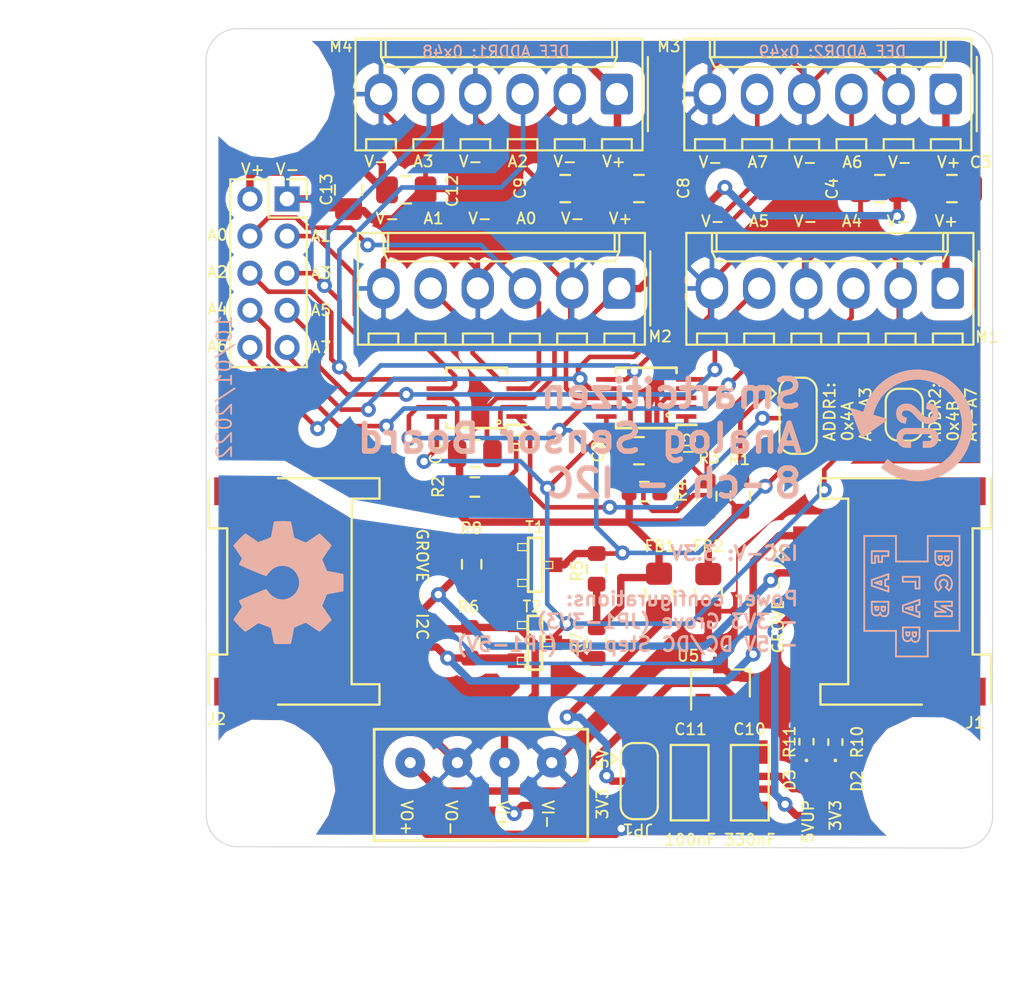
<source format=kicad_pcb>
(kicad_pcb (version 20221018) (generator pcbnew)
  (layers (0 "F.Cu" signal) (31 "B.Cu" signal) (34 "B.Paste" user) (35 "F.Paste" user) (36 "B.SilkS" user "B.Silkscreen") (37 "F.SilkS" user "F.Silkscreen") (38 "B.Mask" user) (39 "F.Mask" user) (44 "Edge.Cuts" user))
  (net 0 "")
  (net 1 "GND")
  (net 2 "VCC")
  (net 3 "SDA3V3")
  (net 4 "SCL3V3")
  (net 5 "A4")
  (net 6 "A5")
  (net 7 "A2")
  (net 8 "A3")
  (net 9 "A0")
  (net 10 "A1")
  (net 11 "A6")
  (net 12 "A7")
  (net 13 "ADDR1")
  (net 14 "ALRT1")
  (net 15 "ADDR2")
  (net 16 "ALRT2")
  (net 17 "SDA")
  (net 18 "SCL")
  (net 19 "VGROVE")
  (net 20 "Net-(D2-Pad1)")
  (net 21 "Net-(C10-Pad1)")
  (net 22 "5VGROVE")
  (net 23 "Net-(D3-Pad1)")
  (net 24 "Net-(JP2-Pad1)")
  (net 25 "Net-(FB1-Pad2)")
  (footprint "Resistor_SMD:R_0603_1608Metric" (layer "F.Cu") (at 146.71 93.9)
    (fp_text reference "R2")
    (fp_text value "10kΩ")
  )
  (footprint "Package_SO:TSSOP-10_3x3mm_P0.5mm" (layer "F.Cu") (at 146.81 89.1 180)
    (fp_text reference "U1")
    (fp_text value "ADS1115IDGSR")
  )
  (footprint "Resistor_SMD:R_0603_1608Metric" (layer "F.Cu") (at 161.01 94.38 -90)
    (fp_text reference "R1")
    (fp_text value "10kΩ")
  )
  (footprint "Resistor_SMD:R_0603_1608Metric" (layer "F.Cu") (at 146.54 98.065 -90)
    (fp_text reference "R8")
    (fp_text value "10kΩ")
  )
  (footprint "Capacitor_SMD:C_0805_2012Metric" (layer "F.Cu") (at 146.71 92.1)
    (fp_text reference "C1")
    (fp_text value "1uF")
  )
  (footprint "Resistor_SMD:R_0603_1608Metric" (layer "F.Cu") (at 146.445 102.29 -90)
    (fp_text reference "R6")
    (fp_text value "10kΩ")
  )
  (footprint "fab-SOT-23" (layer "F.Cu") (at 149.965 98.115 90)
    (fp_text reference "T1")
    (fp_text value "NMOSFETSOT23" hide)
  )
  (footprint "fab-SOT-23" (layer "F.Cu") (at 149.945 102.315 90)
    (fp_text reference "T2")
    (fp_text value "NMOSFETSOT23" hide)
  )
  (footprint "Converter_DCDC:Converter_DCDC_RECOM_RO_3.309S" (layer "F.Cu") (at 147.04 108.75)
    (fp_text reference "U4" hide)
    (fp_text value "RO3.3-9S")
  )
  (footprint "Resistor_SMD:R_0805_2012Metric_Pad1.20x1.40mm_HandSolder" (layer "F.Cu") (at 156.63 99.57 -90)
    (fp_text reference "FB1")
    (fp_text value "1.5kΩ")
  )
  (footprint "Resistor_SMD:R_0805_2012Metric_Pad1.20x1.40mm_HandSolder" (layer "F.Cu") (at 159.28 99.59 -90)
    (fp_text reference "FB2")
    (fp_text value "1.5kΩ")
  )
  (footprint "Resistor_SMD:R_0603_1608Metric" (layer "F.Cu") (at 153.27 98.31 90)
    (fp_text reference "R5")
    (fp_text value "10kΩ")
  )
  (footprint "MountingHole:MountingHole_3.2mm_M3" (layer "F.Cu") (at 171.15 109.9)
    (fp_text reference "H3" hide)
    (fp_text value "MountingHole")
  )
  (footprint "MountingHole:MountingHole_3.2mm_M3" (layer "F.Cu") (at 135.55 110.05)
    (fp_text reference "H1" hide)
    (fp_text value "MountingHole")
  )
  (footprint "Resistor_SMD:R_0603_1608Metric" (layer "F.Cu") (at 153.27 102.31 -90)
    (fp_text reference "R7")
    (fp_text value "10kΩ")
  )
  (footprint "fab-C1206FAB" (layer "F.Cu") (at 158.28 109.83 -90)
    (fp_text reference "C11")
    (fp_text value "100nF")
  )
  (footprint "fab-C1206FAB" (layer "F.Cu") (at 161.52 109.83 -90)
    (fp_text reference "C10")
    (fp_text value "330nF")
  )
  (footprint "Package_TO_SOT_SMD:SOT-23" (layer "F.Cu") (at 159.94 104.49 90)
    (fp_text reference "U5")
    (fp_text value "PJ78605SA")
  )
  (footprint "Jumper:SolderJumper-3_P1.3mm_Bridged12_RoundedPad1.0x1.5mm" (layer "F.Cu") (at 155.565 109.745 -90)
    (fp_text reference "JP4" hide)
    (fp_text value "J3_Bridged12")
  )
  (footprint "Connector_Molex:Molex_KK-254_AE-6410-06A_1x06_P2.54mm_Vertical" (layer "F.Cu") (at 172.18 83.2 180)
    (fp_text reference "M1")
    (fp_text value "PINHD-1x06-HEADER")
  )
  (footprint "Connector_Molex:Molex_KK-254_AE-6410-06A_1x06_P2.54mm_Vertical" (layer "F.Cu") (at 172.07 72.73 180)
    (fp_text reference "M3")
    (fp_text value "PINHD-1x06-HEADER")
  )
  (footprint "Capacitor_SMD:C_0805_2012Metric" (layer "F.Cu") (at 155.545 91.945)
    (fp_text reference "C2")
    (fp_text value "1uF")
  )
  (footprint "Resistor_SMD:R_0603_1608Metric" (layer "F.Cu") (at 159.199602 94.399764 -90)
    (fp_text reference "R3")
    (fp_text value "10kΩ")
  )
  (footprint "Resistor_SMD:R_0603_1608Metric" (layer "F.Cu") (at 155.845 94.145)
    (fp_text reference "R4")
    (fp_text value "10kΩ")
  )
  (footprint "Package_SO:TSSOP-10_3x3mm_P0.5mm" (layer "F.Cu") (at 155.945 89.1 180)
    (fp_text reference "U2")
    (fp_text value "ADS1115IDGSR")
  )
  (footprint "Jumper:SolderJumper-2_P1.3mm_Open_RoundedPad1.0x1.5mm" (layer "F.Cu") (at 169.835 90.005 -90)
    (fp_text reference "JP3" hide)
    (fp_text value "Jumper_2_Open")
  )
  (footprint "Jumper:SolderJumper-3_P1.3mm_Bridged12_RoundedPad1.0x1.5mm" (layer "F.Cu") (at 164.12 90.06 -90)
    (fp_text reference "JP2" hide)
    (fp_text value "J3_Bridged12")
  )
  (footprint "OPL_Connector:HW4-SMD-2.0-90D" (layer "F.Cu") (at 170.02 99.525 -90)
    (fp_text reference "J1")
    (fp_text value "GROVE1")
  )
  (footprint "OPL_Connector:HW4-SMD-2.0-90D" (layer "F.Cu") (at 136.875 99.525 90)
    (fp_text reference "J2")
    (fp_text value "GROVE2")
  )
  (footprint "LED_SMD:LED_0402_1005Metric" (layer "F.Cu") (at 166.125 109.715 -90)
    (fp_text reference "D2")
    (fp_text value "WHITE_LED")
  )
  (footprint "Resistor_SMD:R_0402_1005Metric" (layer "F.Cu") (at 166.125 107.64 -90)
    (fp_text reference "R10")
    (fp_text value "1kΩ")
  )
  (footprint "LED_SMD:LED_0402_1005Metric" (layer "F.Cu") (at 164.57 109.72 -90)
    (fp_text reference "D3")
    (fp_text value "RED_LED")
  )
  (footprint "Resistor_SMD:R_0402_1005Metric" (layer "F.Cu") (at 164.57 107.62 -90)
    (fp_text reference "R11")
    (fp_text value "1kΩ")
  )
  (footprint "Connector_Molex:Molex_KK-254_AE-6410-06A_1x06_P2.54mm_Vertical" (layer "F.Cu") (at 154.49 83.2 180)
    (fp_text reference "M2")
    (fp_text value "PINHD-1x06-HEADER")
  )
  (footprint "Connector_Molex:Molex_KK-254_AE-6410-06A_1x06_P2.54mm_Vertical" (layer "F.Cu") (at 154.36 72.73 180)
    (fp_text reference "M4")
    (fp_text value "PINHD-1x06-HEADER")
  )
  (footprint "Capacitor_SMD:C_0805_2012Metric_Pad1.18x1.45mm_HandSolder" (layer "F.Cu") (at 155.55 77.82)
    (fp_text reference "C8")
    (fp_text value "10nF")
  )
  (footprint "Capacitor_SMD:C_0805_2012Metric_Pad1.18x1.45mm_HandSolder" (layer "F.Cu") (at 151.58 77.82 180)
    (fp_text reference "C9")
    (fp_text value "100nF")
  )
  (footprint "Capacitor_SMD:C_0805_2012Metric_Pad1.18x1.45mm_HandSolder" (layer "F.Cu") (at 143.02 77.89)
    (fp_text reference "C12")
    (fp_text value "10nF")
  )
  (footprint "Capacitor_SMD:C_0805_2012Metric_Pad1.18x1.45mm_HandSolder" (layer "F.Cu") (at 139.91 77.89 -90)
    (fp_text reference "C13")
    (fp_text value "100nF")
  )
  (footprint "MountingHole:MountingHole_3.2mm_M3" (layer "F.Cu") (at 135.55 72.48)
    (fp_text reference "H2" hide)
    (fp_text value "MountingHole")
  )
  (footprint "Capacitor_SMD:C_0805_2012Metric_Pad1.18x1.45mm_HandSolder" (layer "F.Cu") (at 172.4 77.82)
    (fp_text reference "C3")
    (fp_text value "10nF")
  )
  (footprint "Capacitor_SMD:C_0805_2012Metric_Pad1.18x1.45mm_HandSolder" (layer "F.Cu") (at 168.52 77.82 180)
    (fp_text reference "C4")
    (fp_text value "100nF")
  )
  (footprint "Connector_PinSocket_2.00mm:PinSocket_2x05_P2.00mm_Vertical" (layer "F.Cu") (at 136.6 78.38)
    (fp_text reference "J5" hide)
    (fp_text value "Conn_02x05_Odd_Even")
  )
  (footprint "logos:smartcitizen" (layer "B.Cu") (at 170.2 90.75 -90)
    (fp_text reference "LO1" hide)
    (fp_text value "smartcitizen" hide)
  )
  (footprint "logos:fablab" (layer "B.Cu") (at 174.62 99.47 -90)
    (fp_text reference "LO2" hide)
    (fp_text value "fablab" hide)
  )
  (footprint "Symbol:OSHW-Symbol_6.7x6mm_SilkScreen" (layer "B.Cu") (at 136.66 99.06 90)
    (fp_text reference "OSH1" hide)
    (fp_text value "Logo_Open_Hardware_Small" hide)
  )
  (gr_circle (center 147.99963 90.399774) (end 148.09963 90.399774) (stroke (width 0.1)) (fill none) (layer "F.SilkS"))
  (gr_circle (center 157.12 90.02) (end 157.22 90.02) (stroke (width 0.1)) (fill none) (layer "F.SilkS"))
  (gr_line (start 174.6 70.910116) (end 174.590116 111.659352) (stroke (width 0.05)) (layer "Edge.Cuts"))
  (gr_line (start 133.95 69.21) (end 172.909352 69.2) (stroke (width 0.05)) (layer "Edge.Cuts"))
  (gr_line (start 132.239884 70.900648) (end 132.249352 111.569884) (stroke (width 0.05)) (layer "Edge.Cuts"))
  (gr_line (start 172.88 113.35) (end 133.94 113.28) (stroke (width 0.05)) (layer "Edge.Cuts"))
  (gr_arc (start 172.909352 69.2) (mid 174.111916 69.701885) (end 174.6 70.910116) (stroke (width 0.05)) (layer "Edge.Cuts"))
  (gr_arc (start 132.239884 70.900648) (mid 132.741769 69.698084) (end 133.95 69.21) (stroke (width 0.05)) (layer "Edge.Cuts"))
  (gr_arc (start 174.590116 111.659352) (mid 174.088231 112.861916) (end 172.88 113.35) (stroke (width 0.05)) (layer "Edge.Cuts"))
  (gr_arc (start 133.94 113.28) (mid 132.737436 112.778115) (end 132.249352 111.569884) (stroke (width 0.05)) (layer "Edge.Cuts"))
  (gr_text "DEF ADDR2: 0x49" (at 165.97 70.44) (layer "B.SilkS") (effects (font (size 0.6 0.6) (thickness 0.1)) (justify mirror)))
  (gr_text "Smartcitizen \nAnalog Sensor Board\n8-ch - I2C" (at 164.474273 91.285) (layer "B.SilkS") (effects (font (size 1.5 1.5) (thickness 0.3)) (justify left mirror)))
  (gr_text "DEF ADDR1: 0x48" (at 147.85 70.44) (layer "B.SilkS") (effects (font (size 0.6 0.6) (thickness 0.1)) (justify mirror)))
  (gr_text "10/01/2022" (at 133.22 88.51 90) (layer "B.SilkS") (effects (font (size 0.8 0.8) (thickness 0.1)) (justify mirror)))
  (gr_text "I2C-V: 3.3V\n\nPower configurations:\n- 3V3 Grove (JP1-3V3)\n- 5V DC/DC Step up (JP1-5V)" (at 164.21 99.92) (layer "B.SilkS") (effects (font (size 0.762 0.762)) (justify left mirror)))
  (gr_text "V+" (at 154.2 76.35744) (layer "F.SilkS") (effects (font (size 0.6 0.6) (thickness 0.1))))
  (gr_text "A0\n" (at 149.483482 79.42744) (layer "F.SilkS") (effects (font (size 0.6 0.6) (thickness 0.1))))
  (gr_text "A1\n" (at 144.492681 79.42744) (layer "F.SilkS") (effects (font (size 0.6 0.6) (thickness 0.1))))
  (gr_text "V+" (at 154.56 79.42744) (layer "F.SilkS") (effects (font (size 0.6 0.6) (thickness 0.1))))
  (gr_text "GROVE - I2C" (at 143.875 99.15 270) (layer "F.SilkS") (effects (font (size 0.6 0.6) (thickness 0.1))))
  (gr_text "GROVE - I2C" (at 163.04 99.86 90) (layer "F.SilkS") (effects (font (size 0.6 0.6) (thickness 0.1))))
  (gr_text "5VUP" (at 164.66 111.92 90) (layer "F.SilkS") (effects (font (size 0.6 0.6) (thickness 0.1))))
  (gr_text "VI-" (at 150.64 111.55 270) (layer "F.SilkS") (effects (font (size 0.6 0.6) (thickness 0.1))))
  (gr_text "VO-" (at 145.44 111.721429 270) (layer "F.SilkS") (effects (font (size 0.6 0.6) (thickness 0.1))))
  (gr_text "VO+" (at 143.04 111.721429 270) (layer "F.SilkS") (effects (font (size 0.6 0.6) (thickness 0.1))))
  (gr_text "VI+" (at 148.24 111.55 270) (layer "F.SilkS") (effects (font (size 0.6 0.6) (thickness 0.1))))
  (gr_text "V-" (at 151.570882 76.35744) (layer "F.SilkS") (effects (font (size 0.6 0.6) (thickness 0.1))))
  (gr_text "3V3" (at 166.13 111.59 90) (layer "F.SilkS") (effects (font (size 0.6 0.6) (thickness 0.1))))
  (gr_text "V+" (at 134.75 76.78) (layer "F.SilkS") (effects (font (size 0.6 0.6) (thickness 0.1))))
  (gr_text "A0\n" (at 132.851799 80.31632) (layer "F.SilkS") (effects (font (size 0.6 0.6) (thickness 0.1))))
  (gr_text "A2" (at 132.851799 82.316146) (layer "F.SilkS") (effects (font (size 0.6 0.6) (thickness 0.1))))
  (gr_text "A4" (at 132.851799 84.315972) (layer "F.SilkS") (effects (font (size 0.6 0.6) (thickness 0.1))))
  (gr_text "A6" (at 132.851799 86.3158) (layer "F.SilkS") (effects (font (size 0.6 0.6) (thickness 0.1))))
  (gr_text "A7" (at 138.42356 86.3758) (layer "F.SilkS") (effects (font (size 0.6 0.6) (thickness 0.1))))
  (gr_text "A5" (at 138.42356 84.375972) (layer "F.SilkS") (effects (font (size 0.6 0.6) (thickness 0.1))))
  (gr_text "A3" (at 138.42356 82.376146) (layer "F.SilkS") (effects (font (size 0.6 0.6) (thickness 0.1))))
  (gr_text "V-" (at 136.63 76.78) (layer "F.SilkS") (effects (font (size 0.6 0.6) (thickness 0.1))))
  (gr_text "JP1" (at 155.48 112.35 180) (layer "F.SilkS") (effects (font (size 0.6 0.6) (thickness 0.1))))
  (gr_text "3V3" (at 153.58 110.97 90) (layer "F.SilkS") (effects (font (size 0.6 0.6) (thickness 0.1))))
  (gr_text "5V" (at 153.59 108.545 90) (layer "F.SilkS") (effects (font (size 0.6 0.6) (thickness 0.1))))
  (gr_text "V-" (at 169.516882 79.57744) (layer "F.SilkS") (effects (font (size 0.6 0.6) (thickness 0.1))))
  (gr_text "V-" (at 164.522081 79.57744) (layer "F.SilkS") (effects (font (size 0.6 0.6) (thickness 0.1))))
  (gr_text "V-" (at 159.52728 79.57744) (layer "F.SilkS") (effects (font (size 0.6 0.6) (thickness 0.1))))
  (gr_text "V-" (at 169.598882 76.39744) (layer "F.SilkS") (effects (font (size 0.6 0.6) (thickness 0.1))))
  (gr_text "V-" (at 164.498081 76.39744) (layer "F.SilkS") (effects (font (size 0.6 0.6) (thickness 0.1))))
  (gr_text "V+" (at 172.235 76.39744) (layer "F.SilkS") (effects (font (size 0.6 0.6) (thickness 0.1))))
  (gr_text "V-" (at 159.39728 76.39744) (layer "F.SilkS") (effects (font (size 0.6 0.6) (thickness 0.1))))
  (gr_text "A6\n" (at 167.048482 76.39744) (layer "F.SilkS") (effects (font (size 0.6 0.6) (thickness 0.1))))
  (gr_text "A4\n" (at 167.019482 79.57744) (layer "F.SilkS") (effects (font (size 0.6 0.6) (thickness 0.1))))
  (gr_text "A5\n" (at 162.024681 79.57744) (layer "F.SilkS") (effects (font (size 0.6 0.6) (thickness 0.1))))
  (gr_text "A7" (at 161.947681 76.39744) (layer "F.SilkS") (effects (font (size 0.6 0.6) (thickness 0.1))))
  (gr_text "V+" (at 172.1 79.57) (layer "F.SilkS") (effects (font (size 0.6 0.6) (thickness 0.1))))
  (gr_text "ADDR2:\n0x4B\nA4-A7" (at 172.465 91.515 90) (layer "F.SilkS") (effects (font (size 0.6 0.6) (thickness 0.1)) (justify left)))
  (gr_text "ADDR1: \n0x4A\nA0-A3" (at 166.785 91.5 90) (layer "F.SilkS") (effects (font (size 0.6 0.6) (thickness 0.1)) (justify left)))
  (gr_text "A1" (at 138.42356 80.37632) (layer "F.SilkS") (effects (font (size 0.6 0.6) (thickness 0.1))))
  (gr_text "A2\n" (at 149.027482 76.35744) (layer "F.SilkS") (effects (font (size 0.6 0.6) (thickness 0.1))))
  (gr_text "V-" (at 146.988081 79.42744) (layer "F.SilkS") (effects (font (size 0.6 0.6) (thickness 0.1))))
  (gr_text "V-" (at 151.978882 79.42744) (layer "F.SilkS") (effects (font (size 0.6 0.6) (thickness 0.1))))
  (gr_text "V-" (at 146.484081 76.35744) (layer "F.SilkS") (effects (font (size 0.6 0.6) (thickness 0.1))))
  (gr_text "V-" (at 141.99728 79.42744) (layer "F.SilkS") (effects (font (size 0.6 0.6) (thickness 0.1))))
  (gr_text "V-" (at 141.39728 76.35744) (layer "F.SilkS") (effects (font (size 0.6 0.6) (thickness 0.1))))
  (gr_text "A3\n" (at 143.940681 76.35744) (layer "F.SilkS") (effects (font (size 0.6 0.6) (thickness 0.1))))
  (segment (start 160.1 70.73) (end 159.38 71.45) (width 0.25) (layer "F.Cu") (net 1))
  (segment (start 158.28 111.481) (end 161.52 111.481) (width 0.4) (layer "F.Cu") (net 1))
  (segment (start 164.46 72.684) (end 164.46 72.51) (width 0.25) (layer "F.Cu") (net 1))
  (segment (start 146.77 74.0475) (end 147.89625 75.17375) (width 0.25) (layer "F.Cu") (net 1))
  (segment (start 141.21 79.5) (end 142.2475 79.5) (width 0.4) (layer "F.Cu") (net 1))
  (segment (start 158.28 111.481) (end 156.9275 111.481) (width 0.4) (layer "F.Cu") (net 1))
  (segment (start 136.6 78.38) (end 138.9025 78.38) (width 0.4) (layer "F.Cu") (net 1))
  (segment (start 164.46 72.51) (end 166.15 70.82) (width 0.25) (layer "F.Cu") (net 1))
  (segment (start 143.8475 79.1775) (end 145.78 81.11) (width 0.25) (layer "F.Cu") (net 1))
  (segment (start 159.38 83.24) (end 159.38 84.65) (width 0.25) (layer "F.Cu") (net 1))
  (segment (start 156.5875 75.4765) (end 159.38 72.684) (width 0.25) (layer "F.Cu") (net 1))
  (segment (start 156.9275 111.481) (end 156.1085 112.3) (width 0.4) (layer "F.Cu") (net 1))
  (segment (start 150.5425 77.82) (end 150.5425 81.8225) (width 0.25) (layer "F.Cu") (net 1))
  (segment (start 159.38 71.45) (end 159.38 72.684) (width 0.25) (layer "F.Cu") (net 1))
  (segment (start 164.57 106.38) (end 164.57 107.11) (width 0.25) (layer "F.Cu") (net 1))
  (segment (start 155.79 92.65) (end 155.79 94.69) (width 0.25) (layer "F.Cu") (net 1))
  (segment (start 141.69 72.684) (end 141.69 73.56) (width 0.25) (layer "F.Cu") (net 1))
  (segment (start 149.84 89.1) (end 151.000001 87.939999) (width 0.25) (layer "F.Cu") (net 1))
  (segment (start 150.5425 81.8225) (end 151.93 83.21) (width 0.25) (layer "F.Cu") (net 1))
  (segment (start 147.9325 75.21) (end 150.5425 77.82) (width 0.25) (layer "F.Cu") (net 1))
  (segment (start 142.2475 79.5) (end 143.8475 77.9) (width 0.4) (layer "F.Cu") (net 1))
  (segment (start 147.89625 75.17375) (end 150.5425 77.82) (width 0.25) (layer "F.Cu") (net 1))
  (segment (start 142.4 81.11) (end 141.77 81.74) (width 0.25) (layer "F.Cu") (net 1))
  (segment (start 169.54 75.7625) (end 167.4825 77.82) (width 0.25) (layer "F.Cu") (net 1))
  (segment (start 164.46 72.684) (end 164.46 71.65) (width 0.25) (layer "F.Cu") (net 1))
  (segment (start 156.5875 77.82) (end 156.5875 75.4765) (width 0.25) (layer "F.Cu") (net 1))
  (segment (start 138.9025 78.38) (end 139.53 79.0075) (width 0.4) (layer "F.Cu") (net 1))
  (segment (start 167.4825 77.82) (end 167.4825 79.7025) (width 0.25) (layer "F.Cu") (net 1))
  (segment (start 144.11 112.61) (end 140.77 109.27) (width 0.4) (layer "F.Cu") (net 1))
  (segment (start 170.51 86.79) (end 169.54 85.82) (width 0.25) (layer "F.Cu") (net 1))
  (segment (start 164.46 71.65) (end 163.54 70.73) (width 0.25) (layer "F.Cu") (net 1))
  (segment (start 159.28 102.15) (end 159.28 100.59) (width 0.4) (layer "F.Cu") (net 1))
  (segment (start 148.96 89.1) (end 149.84 89.1) (width 0.25) (layer "F.Cu") (net 1))
  (segment (start 154.29 112.61) (end 144.11 112.61) (width 0.4) (layer "F.Cu") (net 1))
  (segment (start 140.77 104.73) (end 142.77 106.73) (width 0.4) (layer "F.Cu") (net 1))
  (segment (start 138.3 98.06) (end 138.3 102.26) (width 0.4) (layer "F.Cu") (net 1))
  (segment (start 165.67 80.69) (end 168.47 80.69) (width 0.25) (layer "F.Cu") (net 1))
  (segment (start 149.36025 75.17375) (end 147.89625 75.17375) (width 0.25) (layer "F.Cu") (net 1))
  (segment (start 143.8475 77.9) (end 143.8475 79.1775) (width 0.25) (layer "F.Cu") (net 1))
  (segment (start 159.94 102.81) (end 159.28 102.15) (width 0.4) (layer "F.Cu") (net 1))
  (segment (start 165.2203 105.7297) (end 165.3297 105.7297) (width 0.25) (layer "F.Cu") (net 1))
  (segment (start 165.2203 105.7297) (end 164.57 106.38) (width 0.25) (layer "F.Cu") (net 1))
  (segment (start 151.85 85.03) (end 151.85 82.301) (width 0.25) (layer "F.Cu") (net 1))
  (segment (start 156.495 89.609631) (end 157.004631 89.1) (width 0.25) (layer "F.Cu") (net 1))
  (segment (start 140.77 109.27) (end 140.77 104.73) (width 0.4) (layer "F.Cu") (net 1))
  (segment (start 141.465 83.515) (end 141.77 83.21) (width 0.25) (layer "F.Cu") (net 1))
  (segment (start 164.46 83.24) (end 164.46 81.9) (width 0.25) (layer "F.Cu") (net 1))
  (segment (start 157.64 95.18) (end 158.48 94.34) (width 0.25) (layer "F.Cu") (net 1))
  (segment (start 150.931222 108.75) (end 150.85 108.75) (width 0.4) (layer "F.Cu") (net 1))
  (segment (start 149.99 81.27) (end 151.93 83.21) (width 0.25) (layer "F.Cu") (net 1))
  (segment (start 165.2203 102.52474) (end 165.2203 105.7297) (width 0.25) (layer "F.Cu") (net 1))
  (segment (start 151.000001 87.939999) (end 151.000001 85.879999) (width 0.25) (layer "F.Cu") (net 1))
  (segment (start 141.69 73.56) (end 143.34 75.21) (width 0.25) (layer "F.Cu") (net 1))
  (segment (start 156.495 91.945) (end 155.79 92.65) (width 0.25) (layer "F.Cu") (net 1))
  (segment (start 158.48 94.34) (end 160.145 94.34) (width 0.25) (layer "F.Cu") (net 1))
  (segment (start 169.54 81.76) (end 169.54 83.24) (width 0.25) (layer "F.Cu") (net 1))
  (segment (start 140.7175 79.0075) (end 139.53 79.0075) (width 0.4) (layer "F.Cu") (net 1))
  (segment (start 147.66 92.1) (end 147.36 91.8) (width 0.25) (layer "F.Cu") (net 1))
  (segment (start 173.7 85.26) (end 172.17 86.79) (width 0.25) (layer "F.Cu") (net 1))
  (segment (start 141.21 79.5) (end 140.7175 79.0075) (width 0.4) (layer "F.Cu") (net 1))
  (segment (start 160.145 94.34) (end 161.01 95.205) (width 0.25) (layer "F.Cu") (net 1))
  (segment (start 159.28 98.59) (end 159.28 96.935) (width 0.4) (layer "F.Cu") (net 1))
  (segment (start 147.89 89.1) (end 148.96 89.1) (width 0.25) (layer "F.Cu") (net 1))
  (segment (start 151.000001 85.879999) (end 151.85 85.03) (width 0.25) (layer "F.Cu") (net 1))
  (segment (start 146.85 82.64) (end 148.22 81.27) (width 0.25) (layer "F.Cu") (net 1))
  (segment (start 147.36 89.63) (end 147.89 89.1) (width 0.25) (layer "F.Cu") (net 1))
  (segment (start 159.38 84.65) (end 156.53 87.5) (width 0.25) (layer "F.Cu") (net 1))
  (segment (start 169.54 85.82) (end 169.54 83.24) (width 0.25) (layer "F.Cu") (net 1))
  (segment (start 146.85 83.21) (end 146.85 82.18) (width 0.25) (layer "F.Cu") (net 1))
  (segment (start 165.3297 105.7297) (end 166.125 106.525) (width 0.25) (layer "F.Cu") (net 1))
  (segment (start 169.54 72.684) (end 169.54 75.7625) (width 0.25) (layer "F.Cu") (net 1))
  (segment (start 146.77 72.684) (end 146.77 74.0475) (width 0.25) (layer "F.Cu") (net 1))
  (segment (start 172.17 86.79) (end 170.51 86.79) (width 0.25) (layer "F.Cu") (net 1))
  (segment (start 167.676 70.82) (end 169.54 72.684) (width 0.25) (layer "F.Cu") (net 1))
  (segment (start 163.54 70.73) (end 160.1 70.73) (width 0.25) (layer "F.Cu") (net 1))
  (segment (start 159.28 96.935) (end 161.01 95.205) (width 0.4) (layer "F.Cu") (net 1))
  (segment (start 142.77 106.73) (end 143.75 106.73) (width 0.4) (layer "F.Cu") (net 1))
  (segment (start 147.36 91.8) (end 147.36 89.63) (width 0.25) (layer "F.Cu") (net 1))
  (segment (start 156.53 87.5) (end 156.53 91.91) (width 0.25) (layer "F.Cu") (net 1))
  (segment (start 167.4825 79.7025) (end 169.54 81.76) (width 0.25) (layer "F.Cu") (net 1))
  (segment (start 159.38 82.89) (end 161.66 80.61) (width 0.25) (layer "F.Cu") (net 1))
  (segment (start 141.6747 96.52526) (end 141.66944 96.52) (width 0.4) (layer "F.Cu") (net 1))
  (segment (start 141.77 81.74) (end 141.77 83.21) (width 0.25) (layer "F.Cu") (net 1))
  (segment (start 163.58504 104.16) (end 165.2203 102.52474) (width 0.4) (layer "F.Cu") (net 1))
  (segment (start 163.62 80.61) (end 164.46 81.45) (width 0.25) (layer "F.Cu") (net 1))
  (segment (start 155.79 94.69) (end 156.28 95.18) (width 0.25) (layer "F.Cu") (net 1))
  (segment (start 173.7 78.0825) (end 173.7 85.26) (width 0.25) (layer "F.Cu") (net 1))
  (segment (start 146.85 82.18) (end 145.78 81.11) (width 0.25) (layer "F.Cu") (net 1))
  (segment (start 166.15 70.82) (end 167.676 70.82) (width 0.25) (layer "F.Cu") (net 1))
  (segment (start 138.3 102.26) (end 140.77 104.73) (width 0.4) (layer "F.Cu") (net 1))
  (segment (start 159.94 103.49) (end 156.191222 103.49) (width 0.4) (layer "F.Cu") (net 1))
  (segment (start 159.94 103.49) (end 159.94 102.81) (width 0.4) (layer "F.Cu") (net 1))
  (segment (start 156.495 91.945) (end 156.495 89.609631) (width 0.25) (layer "F.Cu") (net 1))
  (segment (start 160.61 104.16) (end 163.58504 104.16) (width 0.4) (layer "F.Cu") (net 1))
  (segment (start 164.46 81.45) (end 164.46 83.24) (width 0.25) (layer "F.Cu") (net 1))
  (segment (start 145.78 81.11) (end 142.4 81.11) (width 0.25) (layer "F.Cu") (net 1))
  (segment (start 143.34 75.21) (end 147.9325 75.21) (width 0.25) (layer "F.Cu") (net 1))
  (segment (start 156.53 91.91) (end 156.495 91.945) (width 0.25) (layer "F.Cu") (net 1))
  (segment (start 156.1085 112.3) (end 154.6 112.3) (width 0.4) (layer "F.Cu") (net 1))
  (segment (start 161.66 80.61) (end 163.62 80.61) (width 0.25) (layer "F.Cu") (net 1))
  (segment (start 173.4375 77.82) (end 173.7 78.0825) (width 0.25) (layer "F.Cu") (net 1))
  (segment (start 146.85 83.21) (end 146.85 82.64) (width 0.25) (layer "F.Cu") (net 1))
  (segment (start 151.85 72.684) (end 149.36025 75.17375) (width 0.25) (layer "F.Cu") (net 1))
  (segment (start 166.125 106.525) (end 166.125 107.13) (width 0.25) (layer "F.Cu") (net 1))
  (segment (start 156.28 95.18) (end 157.64 95.18) (width 0.25) (layer "F.Cu") (net 1))
  (segment (start 154.6 112.3) (end 154.29 112.61) (width 0.4) (layer "F.Cu") (net 1))
  (segment (start 148.22 81.27) (end 149.99 81.27) (width 0.25) (layer "F.Cu") (net 1))
  (segment (start 156.191222 103.49) (end 150.931222 108.75) (width 0.4) (layer "F.Cu") (net 1))
  (segment (start 139.84 96.52) (end 138.3 98.06) (width 0.4) (layer "F.Cu") (net 1))
  (segment (start 168.47 80.69) (end 169.54 81.76) (width 0.25) (layer "F.Cu") (net 1))
  (segment (start 143.75 106.73) (end 145.77 108.75) (width 0.4) (layer "F.Cu") (net 1))
  (segment (start 159.38 83.24) (end 159.38 82.89) (width 0.25) (layer "F.Cu") (net 1))
  (segment (start 157.004631 89.1) (end 158.095 89.1) (width 0.25) (layer "F.Cu") (net 1))
  (segment (start 141.66944 96.52) (end 139.84 96.52) (width 0.4) (layer "F.Cu") (net 1))
  (segment (start 159.94 103.49) (end 160.61 104.16) (width 0.4) (layer "F.Cu") (net 1))
  (segment (start 164.46 81.9) (end 165.67 80.69) (width 0.25) (layer "F.Cu") (net 1))
  (via (at 154.6 112.3) (size 0.8) (drill 0.4) (layers "F.Cu" "B.Cu") (net 1))
  (segment (start 153.32 81.1) (end 157.24 81.1) (width 0.25) (layer "B.Cu") (net 1))
  (segment (start 151.93 82.49) (end 153.32 81.1) (width 0.25) (layer "B.Cu") (net 1))
  (segment (start 158.23 82.09) (end 159.38 83.24) (width 0.25) (layer "B.Cu") (net 1))
  (segment (start 158.23 73.834) (end 158.23 82.09) (width 0.25) (layer "B.Cu") (net 1))
  (segment (start 159.38 72.684) (end 158.23 73.834) (width 0.25) (layer "B.Cu") (net 1))
  (segment (start 149.18 107.08) (end 150.85 108.75) (width 0.4) (layer "B.Cu") (net 1))
  (segment (start 151.93 83.21) (end 151.93 82.49) (width 0.25) (layer "B.Cu") (net 1))
  (segment (start 157.24 81.1) (end 159.38 83.24) (width 0.25) (layer "B.Cu") (net 1))
  (segment (start 150.85 108.75) (end 154.4 112.3) (width 0.4) (layer "B.Cu") (net 1))
  (segment (start 145.77 108.75) (end 147.44 107.08) (width 0.4) (layer "B.Cu") (net 1))
  (segment (start 154.4 112.3) (end 154.6 112.3) (width 0.4) (layer "B.Cu") (net 1))
  (segment (start 147.44 107.08) (end 149.18 107.08) (width 0.4) (layer "B.Cu") (net 1))
  (segment (start 141.7725 77.9) (end 140.805 76.9325) (width 0.4) (layer "F.Cu") (net 2))
  (segment (start 139.95 71.59) (end 139.95 74.74) (width 0.4) (layer "F.Cu") (net 2))
  (segment (start 139.95 74.74) (end 141.73 76.52) (width 0.4) (layer "F.Cu") (net 2))
  (segment (start 141.73 77.8575) (end 141.7725 77.9) (width 0.4) (layer "F.Cu") (net 2))
  (segment (start 154.39 77.979) (end 156.71 80.299) (width 0.4) (layer "F.Cu") (net 2))
  (segment (start 152.14 89.1) (end 154.795 89.1) (width 0.25) (layer "F.Cu") (net 2))
  (segment (start 140.81 70.73) (end 139.95 71.59) (width 0.4) (layer "F.Cu") (net 2))
  (segment (start 154.47 83.21) (end 151.62 86.06) (width 0.25) (layer "F.Cu") (net 2))
  (segment (start 156.63 98.57) (end 156.63 97.4) (width 0.4) (layer "F.Cu") (net 2))
  (segment (start 154.57 100.33) (end 154.57 98.78) (width 0.4) (layer "F.Cu") (net 2))
  (segment (start 172.08 83.24) (end 172.08 78.5375) (width 0.4) (layer "F.Cu") (net 2))
  (segment (start 155.02 93.4) (end 154.595 92.975) (width 0.4) (layer "F.Cu") (net 2))
  (segment (start 155.02 95.79) (end 146.32 95.79) (width 0.4) (layer "F.Cu") (net 2))
  (segment (start 141.73 76.52) (end 141.73 77.8575) (width 0.4) (layer "F.Cu") (net 2))
  (segment (start 169.46 79.31) (end 169.46 77.9175) (width 0.4) (layer "F.Cu") (net 2))
  (segment (start 134.8475 76.9325) (end 139.53 76.9325) (width 0.4) (layer "F.Cu") (net 2))
  (segment (start 152.436 70.73) (end 140.81 70.73) (width 0.4) (layer "F.Cu") (net 2))
  (segment (start 145.885 93.9) (end 145.885 92.225) (width 0.4) (layer "F.Cu") (net 2))
  (segment (start 145.76 89.4) (end 145.76 92.1) (width 0.25) (layer "F.Cu") (net 2))
  (segment (start 157.631 80.299) (end 160.17 77.76) (width 0.4) (layer "F.Cu") (net 2))
  (segment (start 172.08 75.2975) (end 169.5575 77.82) (width 0.4) (layer "F.Cu") (net 2))
  (segment (start 152.6175 77.82) (end 154.5125 77.82) (width 0.4) (layer "F.Cu") (net 2))
  (segment (start 134.6 77.18) (end 134.8475 76.9325) (width 0.4) (layer "F.Cu") (net 2))
  (segment (start 156.63 97.4) (end 155.02 95.79) (width 0.4) (layer "F.Cu") (net 2))
  (segment (start 154.39 72.684) (end 154.39 77.979) (width 0.4) (layer "F.Cu") (net 2))
  (segment (start 172.08 78.5375) (end 171.3625 77.82) (width 0.4) (layer "F.Cu") (net 2))
  (segment (start 155.02 95.79) (end 155.02 94.145) (width 0.4) (layer "F.Cu") (net 2))
  (segment (start 156.71 82.09) (end 155.59 83.21) (width 0.4) (layer "F.Cu") (net 2))
  (segment (start 154.595 92.975) (end 154.595 91.945) (width 0.4) (layer "F.Cu") (net 2))
  (segment (start 158.634366 95.79) (end 159.199602 95.224764) (width 0.4) (layer "F.Cu") (net 2))
  (segment (start 146.32 95.79) (end 145.885 95.355) (width 0.4) (layer "F.Cu") (net 2))
  (segment (start 155.093829 89.398829) (end 155.093829 91.446171) (width 0.25) (layer "F.Cu") (net 2))
  (segment (start 153.27 101.485) (end 153.415 101.485) (width 0.4) (layer "F.Cu") (net 2))
  (segment (start 153.27 101.485) (end 153.27 99.135) (width 0.4) (layer "F.Cu") (net 2))
  (segment (start 151.62 86.06) (end 151.62 88.58) (width 0.25) (layer "F.Cu") (net 2))
  (segment (start 169.46 77.9175) (end 169.5575 77.82) (width 0.4) (layer "F.Cu") (net 2))
  (segment (start 140.805 76.9325) (end 139.53 76.9325) (width 0.4) (layer "F.Cu") (net 2))
  (segment (start 155.02 95.79) (end 158.634366 95.79) (width 0.4) (layer "F.Cu") (net 2))
  (segment (start 154.39 72.684) (end 152.436 70.73) (width 0.4) (layer "F.Cu") (net 2))
  (segment (start 155.093829 91.446171) (end 154.595 91.945) (width 0.25) (layer "F.Cu") (net 2))
  (segment (start 156.42 98.78) (end 156.63 98.57) (width 0.4) (layer "F.Cu") (net 2))
  (segment (start 134.6 77.92) (end 134.6 77.18) (width 0.4) (layer "F.Cu") (net 2))
  (segment (start 156.71 80.299) (end 157.631 80.299) (width 0.4) (layer "F.Cu") (net 2))
  (segment (start 154.795 89.1) (end 155.093829 89.398829) (width 0.25) (layer "F.Cu") (net 2))
  (segment (start 145.885 95.355) (end 145.885 93.9) (width 0.4) (layer "F.Cu") (net 2))
  (segment (start 155.59 83.21) (end 154.47 83.21) (width 0.4) (layer "F.Cu") (net 2))
  (segment (start 154.57 98.78) (end 156.42 98.78) (width 0.4) (layer "F.Cu") (net 2))
  (segment (start 169.5575 77.82) (end 171.3625 77.82) (width 0.4) (layer "F.Cu") (net 2))
  (segment (start 155.02 94.145) (end 155.02 93.4) (width 0.4) (layer "F.Cu") (net 2))
  (segment (start 172.08 72.684) (end 172.08 75.2975) (width 0.4) (layer "F.Cu") (net 2))
  (segment (start 144.66 89.1) (end 145.46 89.1) (width 0.25) (layer "F.Cu") (net 2))
  (segment (start 153.415 101.485) (end 154.57 100.33) (width 0.4) (layer "F.Cu") (net 2))
  (segment (start 156.71 80.299) (end 156.71 82.09) (width 0.4) (layer "F.Cu") (net 2))
  (segment (start 145.885 92.225) (end 145.76 92.1) (width 0.4) (layer "F.Cu") (net 2))
  (segment (start 151.62 88.58) (end 152.14 89.1) (width 0.25) (layer "F.Cu") (net 2))
  (segment (start 145.46 89.1) (end 145.76 89.4) (width 0.25) (layer "F.Cu") (net 2))
  (via (at 169.46 79.31) (size 0.8) (drill 0.4) (layers "F.Cu" "B.Cu") (net 2))
  (via (at 160.17 77.76) (size 0.8) (drill 0.4) (layers "F.Cu" "B.Cu") (net 2))
  (segment (start 160.17 77.76) (end 161.69 79.28) (width 0.4) (layer "B.Cu") (net 2))
  (segment (start 169.43 79.28) (end 169.46 79.31) (width 0.4) (layer "B.Cu") (net 2))
  (segment (start 161.69 79.28) (end 169.43 79.28) (width 0.4) (layer "B.Cu") (net 2))
  (segment (start 143.91678 100.52322) (end 144.745 99.695) (width 0.4) (layer "F.Cu") (net 3))
  (segment (start 141.6747 100.52322) (end 143.91678 100.52322) (width 0.4) (layer "F.Cu") (net 3))
  (segment (start 146.7048 99.0548) (end 146.54 98.89) (width 0.4) (layer "F.Cu") (net 3))
  (segment (start 145.55 98.89) (end 146.54 98.89) (width 0.4) (layer "F.Cu") (net 3))
  (segment (start 144.745 99.695) (end 145.55 98.89) (width 0.4) (layer "F.Cu") (net 3))
  (segment (start 148.949 99.0548) (end 146.7048 99.0548) (width 0.4) (layer "F.Cu") (net 3))
  (segment (start 165.2203 98.52678) (end 163.053222 98.52678) (width 0.4) (layer "F.Cu") (net 3))
  (segment (start 163.053222 98.52678) (end 162.650002 98.93) (width 0.4) (layer "F.Cu") (net 3))
  (via (at 144.745 99.695) (size 0.8) (drill 0.4) (layers "F.Cu" "B.Cu") (net 3))
  (via (at 162.650002 98.93) (size 0.8) (drill 0.4) (layers "F.Cu" "B.Cu") (net 3))
  (segment (start 144.745 99.695) (end 147.52 102.47) (width 0.4) (layer "B.Cu") (net 3))
  (segment (start 147.52 102.47) (end 159.110002 102.47) (width 0.4) (layer "B.Cu") (net 3))
  (segment (start 159.110002 102.47) (end 162.650002 98.93) (width 0.4) (layer "B.Cu") (net 3))
  (segment (start 148.7892 103.115) (end 148.929 103.2548) (width 0.4) (layer "F.Cu") (net 4))
  (segment (start 146.445 103.115) (end 148.7892 103.115) (width 0.4) (layer "F.Cu") (net 4))
  (segment (start 165.2203 96.52526) (end 163.09474 96.52526) (width 0.4) (layer "F.Cu") (net 4))
  (segment (start 144.65474 102.52474) (end 145.245 103.115) (width 0.4) (layer "F.Cu") (net 4))
  (segment (start 141.6747 102.52474) (end 144.65474 102.52474) (width 0.4) (layer "F.Cu") (net 4))
  (segment (start 163.09474 96.52526) (end 161.7 97.92) (width 0.4) (layer "F.Cu") (net 4))
  (segment (start 161.7 97.92) (end 161.7 102.91) (width 0.4) (layer "F.Cu") (net 4))
  (segment (start 145.245 103.115) (end 146.445 103.115) (width 0.4) (layer "F.Cu") (net 4))
  (via (at 161.7 102.91) (size 0.8) (drill 0.4) (layers "F.Cu" "B.Cu") (net 4))
  (via (at 145.244998 103.115002) (size 0.8) (drill 0.4) (layers "F.Cu" "B.Cu") (net 4))
  (segment (start 145.244998 103.115002) (end 146.469996 104.34) (width 0.4) (layer "B.Cu") (net 4))
  (segment (start 146.469996 104.34) (end 160.27 104.34) (width 0.4) (layer "B.Cu") (net 4))
  (segment (start 160.27 104.34) (end 161.7 102.91) (width 0.4) (layer "B.Cu") (net 4))
  (segment (start 160.37 88.4) (end 160.37 88.36) (width 0.25) (layer "F.Cu") (net 5))
  (segment (start 135.598121 86.855341) (end 139.359104 90.616324) (width 0.25) (layer "F.Cu") (net 5))
  (segment (start 135.598121 85.378121) (end 135.598121 86.855341) (width 0.25) (layer "F.Cu") (net 5))
  (segment (start 160.37 88.4) (end 163.18 85.59) (width 0.25) (layer "F.Cu") (net 5))
  (segment (start 158.095 88.6) (end 160.17 88.6) (width 0.25) (layer "F.Cu") (net 5))
  (segment (start 167 84.76) (end 167 83.24) (width 0.25) (layer "F.Cu") (net 5))
  (segment (start 163.18 85.59) (end 166.17 85.59) (width 0.25) (layer "F.Cu") (net 5))
  (segment (start 166.17 85.59) (end 167 84.76) (width 0.25) (layer "F.Cu") (net 5))
  (segment (start 139.359104 90.616324) (end 141.946324 90.616324) (width 0.25) (layer "F.Cu") (net 5))
  (segment (start 134.6 84.38) (end 135.598121 85.378121) (width 0.25) (layer "F.Cu") (net 5))
  (segment (start 160.17 88.6) (end 160.37 88.4) (width 0.25) (layer "F.Cu") (net 5))
  (segment (start 141.843121 90.513121) (end 141.946324 90.616324) (width 0.25) (layer "F.Cu") (net 5))
  (via (at 160.37 88.4) (size 0.8) (drill 0.4) (layers "F.Cu" "B.Cu") (net 5))
  (via (at 141.946324 90.616324) (size 0.8) (drill 0.4) (layers "F.Cu" "B.Cu") (net 5))
  (segment (start 141.946324 90.616324) (end 142.892648 89.67) (width 0.25) (layer "B.Cu") (net 5))
  (segment (start 159.1 89.67) (end 160.37 88.4) (width 0.25) (layer "B.Cu") (net 5))
  (segment (start 142.892648 89.67) (end 159.1 89.67) (width 0.25) (layer "B.Cu") (net 5))
  (segment (start 159.635 85.525) (end 161.92 83.24) (width 0.25) (layer "F.Cu") (net 6))
  (segment (start 139.817118 88.91) (end 143.02 88.91) (width 0.25) (layer "F.Cu") (net 6))
  (segment (start 159.635 87.575) (end 159.635 85.525) (width 0.25) (layer "F.Cu") (net 6))
  (segment (start 138.3 86.08) (end 138.3 87.392882) (width 0.25) (layer "F.Cu") (net 6))
  (segment (start 159.11 88.1) (end 159.635 87.575) (width 0.25) (layer "F.Cu") (net 6))
  (segment (start 138.3 87.392882) (end 139.817118 88.91) (width 0.25) (layer "F.Cu") (net 6))
  (segment (start 158.095 88.1) (end 159.11 88.1) (width 0.25) (layer "F.Cu") (net 6))
  (segment (start 136.6 84.38) (end 138.3 86.08) (width 0.25) (layer "F.Cu") (net 6))
  (via (at 143.02 88.91) (size 0.8) (drill 0.4) (layers "F.Cu" "B.Cu") (net 6))
  (via (at 159.635 87.575) (size 0.8) (drill 0.4) (layers "F.Cu" "B.Cu") (net 6))
  (segment (start 158.3 88.91) (end 159.635 87.575) (width 0.25) (layer "B.Cu") (net 6))
  (segment (start 143.02 88.91) (end 158.3 88.91) (width 0.25) (layer "B.Cu") (net 6))
  (segment (start 140.077338 88.1) (end 139.413669 87.436331) (width 0.25) (layer "F.Cu") (net 7))
  (segment (start 144.66 88.1) (end 140.077338 88.1) (width 0.25) (layer "F.Cu") (net 7))
  (segment (start 137.848121 83.378121) (end 138.98 84.51) (width 0.25) (layer "F.Cu") (net 7))
  (segment (start 138.98 87.002662) (end 139.413669 87.436331) (width 0.25) (layer "F.Cu") (net 7))
  (segment (start 138.98 84.51) (end 138.98 87.002662) (width 0.25) (layer "F.Cu") (net 7))
  (segment (start 134.6 82.38) (end 135.598121 83.378121) (width 0.25) (layer "F.Cu") (net 7))
  (segment (start 135.598121 83.378121) (end 137.848121 83.378121) (width 0.25) (layer "F.Cu") (net 7))
  (via (at 139.413669 87.436331) (size 0.8) (drill 0.4) (layers "F.Cu" "B.Cu") (net 7))
  (segment (start 142.78 77.76) (end 139.413669 81.126331) (width 0.25) (layer "B.Cu") (net 7))
  (segment (start 148.13 77.76) (end 142.78 77.76) (width 0.25) (layer "B.Cu") (net 7))
  (segment (start 149.31 76.58) (end 148.13 77.76) (width 0.25) (layer "B.Cu") (net 7))
  (segment (start 139.413669 81.126331) (end 139.413669 87.436331) (width 0.25) (layer "B.Cu") (net 7))
  (segment (start 149.31 72.684) (end 149.31 76.58) (width 0.25) (layer "B.Cu") (net 7))
  (segment (start 138.615 83.045) (end 138.81 83.24) (width 0.25) (layer "F.Cu") (net 8))
  (segment (start 139.428128 83.858128) (end 139.428128 84.788128) (width 0.25) (layer "F.Cu") (net 8))
  (segment (start 145.64 88.42) (end 145.46 88.6) (width 0.25) (layer "F.Cu") (net 8))
  (segment (start 136.6 82.38) (end 137.95 82.38) (width 0.25) (layer "F.Cu") (net 8))
  (segment (start 144.14 86.42) (end 145.64 87.92) (width 0.25) (layer "F.Cu") (net 8))
  (segment (start 139.428128 84.788128) (end 141.06 86.42) (width 0.25) (layer "F.Cu") (net 8))
  (segment (start 145.64 87.92) (end 145.64 88.42) (width 0.25) (layer "F.Cu") (net 8))
  (segment (start 141.06 86.42) (end 144.14 86.42) (width 0.25) (layer "F.Cu") (net 8))
  (segment (start 137.95 82.38) (end 138.615 83.045) (width 0.25) (layer "F.Cu") (net 8))
  (segment (start 138.615 83.045) (end 139.428128 83.858128) (width 0.25) (layer "F.Cu") (net 8))
  (segment (start 145.46 88.6) (end 144.66 88.6) (width 0.25) (layer "F.Cu") (net 8))
  (via (at 138.615 83.045) (size 0.8) (drill 0.4) (layers "F.Cu" "B.Cu") (net 8))
  (segment (start 138.793125 82.866875) (end 138.615 83.045) (width 0.25) (layer "B.Cu") (net 8))
  (segment (start 144.23 74.75) (end 138.793125 80.186875) (width 0.25) (layer "B.Cu") (net 8))
  (segment (start 138.793125 80.186875) (end 138.793125 82.866875) (width 0.25) (layer "B.Cu") (net 8))
  (segment (start 144.23 72.684) (end 144.23 74.75) (width 0.25) (layer "B.Cu") (net 8))
  (segment (start 137.62909 79.93187) (end 137.079099 79.381879) (width 0.25) (layer "F.Cu") (net 9))
  (segment (start 135.598121 79.381879) (end 134.6 80.38) (width 0.25) (layer "F.Cu") (net 9))
  (segment (start 140.01187 79.93187) (end 137.62909 79.93187) (width 0.25) (layer "F.Cu") (net 9))
  (segment (start 137.079099 79.381879) (end 135.598121 79.381879) (width 0.25) (layer "F.Cu") (net 9))
  (segment (start 140.94 80.86) (end 140.01187 79.93187) (width 0.25) (layer "F.Cu") (net 9))
  (segment (start 150.159999 83.979999) (end 149.39 83.21) (width 0.25) (layer "F.Cu") (net 9))
  (segment (start 148.96 88.6) (end 149.706248 88.6) (width 0.25) (layer "F.Cu") (net 9))
  (segment (start 150.159999 88.146249) (end 150.159999 83.979999) (width 0.25) (layer "F.Cu") (net 9))
  (segment (start 149.706248 88.6) (end 150.159999 88.146249) (width 0.25) (layer "F.Cu") (net 9))
  (via (at 140.94 80.86) (size 0.8) (drill 0.4) (layers "F.Cu" "B.Cu") (net 9))
  (segment (start 149.39 83.21) (end 147.04 80.86) (width 0.25) (layer "B.Cu") (net 9))
  (segment (start 147.04 80.86) (end 140.94 80.86) (width 0.25) (layer "B.Cu") (net 9))
  (segment (start 148.96 88.1) (end 148.01 88.1) (width 0.25) (layer "F.Cu") (net 10))
  (segment (start 146.59 85.49) (end 144.31 83.21) (width 0.25) (layer "F.Cu") (net 10))
  (segment (start 136.6 80.38) (end 138.15 80.38) (width 0.25) (layer "F.Cu") (net 10))
  (segment (start 148.01 88.1) (end 146.59 86.68) (width 0.25) (layer "F.Cu") (net 10))
  (segment (start 140.25 84.6) (end 141.14 85.49) (width 0.25) (layer "F.Cu") (net 10))
  (segment (start 146.59 86.68) (end 146.59 85.49) (width 0.25) (layer "F.Cu") (net 10))
  (segment (start 141.14 85.49) (end 146.59 85.49) (width 0.25) (layer "F.Cu") (net 10))
  (segment (start 140.25 82.48) (end 140.25 84.6) (width 0.25) (layer "F.Cu") (net 10))
  (segment (start 138.15 80.38) (end 140.25 82.48) (width 0.25) (layer "F.Cu") (net 10))
  (segment (start 144.47 83.17) (end 144.91 83.17) (width 0.25) (layer "B.Cu") (net 10))
  (segment (start 134.6 86.38) (end 134.6 87.11) (width 0.25) (layer "F.Cu") (net 11))
  (segment (start 157.89 82.22) (end 162.69 77.42) (width 0.25) (layer "F.Cu") (net 11))
  (segment (start 167 72.684) (end 167.235 72.919) (width 0.25) (layer "F.Cu") (net 11))
  (segment (start 134.6 87.11) (end 138.24 90.75) (width 0.25) (layer "F.Cu") (net 11))
  (segment (start 153.795 88.1) (end 153.805 88.11) (width 0.25) (layer "F.Cu") (net 11))
  (segment (start 167 74.97) (end 167 72.684) (width 0.25) (layer "F.Cu") (net 11))
  (segment (start 154.86 88.11) (end 155.31 87.66) (width 0.25) (layer "F.Cu") (net 11))
  (segment (start 153.805 88.11) (end 154.86 88.11) (width 0.25) (layer "F.Cu") (net 11))
  (segment (start 157.89 85.08) (end 157.89 82.22) (width 0.25) (layer "F.Cu") (net 11))
  (segment (start 162.69 77.42) (end 164.55 77.42) (width 0.25) (layer "F.Cu") (net 11))
  (segment (start 155.31 87.66) (end 157.89 85.08) (width 0.25) (layer "F.Cu") (net 11))
  (segment (start 164.55 77.42) (end 167 74.97) (width 0.25) (layer "F.Cu") (net 11))
  (via (at 138.24 90.75) (size 0.8) (drill 0.4) (layers "F.Cu" "B.Cu") (net 11))
  (via (at 155.31 87.66) (size 0.8) (drill 0.4) (layers "F.Cu" "B.Cu") (net 11))
  (segment (start 141.643121 87.346879) (end 154.996879 87.346879) (width 0.25) (layer "B.Cu") (net 11))
  (segment (start 154.996879 87.346879) (end 155.31 87.66) (width 0.25) (layer "B.Cu") (net 11))
  (segment (start 138.24 90.75) (end 141.643121 87.346879) (width 0.25) (layer "B.Cu") (net 11))
  (segment (start 161.92 77.37) (end 161.92 72.684) (width 0.25) (layer "F.Cu") (net 12))
  (segment (start 155.28 86.89) (end 157.27 84.9) (width 0.25) (layer "F.Cu") (net 12))
  (segment (start 136.6 86.38) (end 136.6 86.8) (width 0.25) (layer "F.Cu") (net 12))
  (segment (start 152.27 87.52) (end 152.9 86.89) (width 0.25) (layer "F.Cu") (net 12))
  (segment (start 152.9 86.89) (end 155.28 86.89) (width 0.25) (layer "F.Cu") (net 12))
  (segment (start 152.27 87.96) (end 152.27 87.52) (width 0.25) (layer "F.Cu") (net 12))
  (segment (start 157.27 84.9) (end 157.27 82.02) (width 0.25) (layer "F.Cu") (net 12))
  (segment (start 139.53 89.73) (end 140.98 89.73) (width 0.25) (layer "F.Cu") (net 12))
  (segment (start 136.6 86.8) (end 139.53 89.73) (width 0.25) (layer "F.Cu") (net 12))
  (segment (start 157.27 82.02) (end 161.92 77.37) (width 0.25) (layer "F.Cu") (net 12))
  (segment (start 152.91 88.6) (end 152.38 88.07) (width 0.25) (layer "F.Cu") (net 12))
  (segment (start 153.795 88.6) (end 152.91 88.6) (width 0.25) (layer "F.Cu") (net 12))
  (segment (start 152.38 88.07) (end 152.27 87.96) (width 0.25) (layer "F.Cu") (net 12))
  (via (at 140.98 89.73) (size 0.8) (drill 0.4) (layers "F.Cu" "B.Cu") (net 12))
  (via (at 152.38 88.07) (size 0.8) (drill 0.4) (layers "F.Cu" "B.Cu") (net 12))
  (segment (start 152.38 88.07) (end 142.35 88.07) (width 0.25) (layer "B.Cu") (net 12))
  (segment (start 142.35 88.07) (end 140.98 89.44) (width 0.25) (layer "B.Cu") (net 12))
  (segment (start 140.98 89.44) (end 140.98 89.73) (width 0.25) (layer "B.Cu") (net 12))
  (segment (start 148.96 90.1) (end 149.686879 90.826879) (width 0.25) (layer "F.Cu") (net 13))
  (segment (start 150.47166 94.99188) (end 153.97312 94.99188) (width 0.25) (layer "F.Cu") (net 13))
  (segment (start 149.686879 94.207099) (end 150.47166 94.99188) (width 0.25) (layer "F.Cu") (net 13))
  (segment (start 162.2 90.19) (end 163.99 90.19) (width 0.25) (layer "F.Cu") (net 13))
  (segment (start 163.99 90.19) (end 164.12 90.06) (width 0.25) (layer "F.Cu") (net 13))
  (segment (start 149.686879 90.826879) (end 149.686879 94.207099) (width 0.25) (layer "F.Cu") (net 13))
  (via (at 162.2 90.19) (size 0.8) (drill 0.4) (layers "F.Cu" "B.Cu") (net 13))
  (via (at 153.97312 94.99188) (size 0.8) (drill 0.4) (layers "F.Cu" "B.Cu") (net 13))
  (segment (start 157.39812 94.99188) (end 162.2 90.19) (width 0.25) (layer "B.Cu") (net 13))
  (segment (start 153.97312 94.99188) (end 157.39812 94.99188) (width 0.25) (layer "B.Cu") (net 13))
  (segment (start 148.96 89.6) (end 148.18813 89.6) (width 0.25) (layer "F.Cu") (net 14))
  (segment (start 148.086879 89.701251) (end 148.086879 90.646879) (width 0.25) (layer "F.Cu") (net 14))
  (segment (start 148.086879 90.646879) (end 148.94 91.5) (width 0.25) (layer "F.Cu") (net 14))
  (segment (start 148.94 91.5) (end 148.94 92.98) (width 0.25) (layer "F.Cu") (net 14))
  (segment (start 148.94 92.98) (end 148.02 93.9) (width 0.25) (layer "F.Cu") (net 14))
  (segment (start 148.02 93.9) (end 147.535 93.9) (width 0.25) (layer "F.Cu") (net 14))
  (segment (start 148.18813 89.6) (end 148.086879 89.701251) (width 0.25) (layer "F.Cu") (net 14))
  (segment (start 162.69 87.51) (end 167.99 87.51) (width 0.25) (layer "F.Cu") (net 15))
  (segment (start 159.199602 93.574764) (end 159.199602 91.000398) (width 0.25) (layer "F.Cu") (net 15))
  (segment (start 159.199602 91.000398) (end 162.69 87.51) (width 0.25) (layer "F.Cu") (net 15))
  (segment (start 158.095 90.1) (end 158.095 92.470162) (width 0.25) (layer "F.Cu") (net 15))
  (segment (start 167.99 87.51) (end 169.835 89.355) (width 0.25) (layer "F.Cu") (net 15))
  (segment (start 158.095 92.470162) (end 159.199602 93.574764) (width 0.25) (layer "F.Cu") (net 15))
  (segment (start 157.138382 89.6) (end 158.095 89.6) (width 0.25) (layer "F.Cu") (net 16))
  (segment (start 156.63 94.185) (end 156.67 94.145) (width 0.4) (layer "F.Cu") (net 16))
  (segment (start 156.67 93.729374) (end 157.59 92.809374) (width 0.25) (layer "F.Cu") (net 16))
  (segment (start 157.59 91) (end 157 90.41) (width 0.25) (layer "F.Cu") (net 16))
  (segment (start 157.59 92.809374) (end 157.59 91) (width 0.25) (layer "F.Cu") (net 16))
  (segment (start 157 89.738382) (end 157.138382 89.6) (width 0.25) (layer "F.Cu") (net 16))
  (segment (start 157 90.41) (end 157 89.738382) (width 0.25) (layer "F.Cu") (net 16))
  (segment (start 156.67 94.145) (end 156.67 93.729374) (width 0.25) (layer "F.Cu") (net 16))
  (segment (start 153.795 89.6) (end 152.5 89.6) (width 0.25) (layer "F.Cu") (net 17))
  (segment (start 164.12 91.36) (end 164.12 92.09) (width 0.25) (layer "F.Cu") (net 17))
  (segment (start 152.5 89.6) (end 151.26 90.84) (width 0.25) (layer "F.Cu") (net 17))
  (segment (start 144.66 89.6) (end 143.64 89.6) (width 0.25) (layer "F.Cu") (net 17))
  (segment (start 164.12 92.09) (end 162.35 93.86) (width 0.25) (layer "F.Cu") (net 17))
  (segment (start 154.625 97.485) (end 154.66 97.45) (width 0.25) (layer "F.Cu") (net 17))
  (segment (start 152.135 97.485) (end 153.27 97.485) (width 0.4) (layer "F.Cu") (net 17))
  (segment (start 150.981 98.0896) (end 151.5304 98.0896) (width 0.4) (layer "F.Cu") (net 17))
  (segment (start 143.16 90.08) (end 143.16 91.27) (width 0.25) (layer "F.Cu") (net 17))
  (segment (start 143.64 89.6) (end 143.16 90.08) (width 0.25) (layer "F.Cu") (net 17))
  (segment (start 151.5304 98.0896) (end 152.135 97.485) (width 0.4) (layer "F.Cu") (net 17))
  (segment (start 153.27 97.485) (end 154.625 97.485) (width 0.25) (layer "F.Cu") (net 17))
  (via (at 154.66 97.45) (size 0.8) (drill 0.4) (layers "F.Cu" "B.Cu") (net 17))
  (via (at 151.26 90.84) (size 0.8) (drill 0.4) (layers "F.Cu" "B.Cu") (net 17))
  (via (at 143.16 91.27) (size 0.8) (drill 0.4) (layers "F.Cu" "B.Cu") (net 17))
  (via (at 162.35 93.86) (size 0.8) (drill 0.4) (layers "F.Cu" "B.Cu") (net 17))
  (segment (start 154.66 97.45) (end 158.76 97.45) (width 0.25) (layer "B.Cu") (net 17))
  (segment (start 153.25 96.04) (end 153.25 92.264315) (width 0.25) (layer "B.Cu") (net 17))
  (segment (start 143.16 91.27) (end 143.17 91.26) (width 0.25) (layer "B.Cu") (net 17))
  (segment (start 158.76 97.45) (end 162.35 93.86) (width 0.25) (layer "B.Cu") (net 17))
  (segment (start 150.84 91.26) (end 151.26 90.84) (width 0.25) (layer "B.Cu") (net 17))
  (segment (start 143.17 91.26) (end 150.84 91.26) (width 0.25) (layer "B.Cu") (net 17))
  (segment (start 151.825685 90.84) (end 151.26 90.84) (width 0.25) (layer "B.Cu") (net 17))
  (segment (start 153.25 92.264315) (end 151.825685 90.84) (width 0.25) (layer "B.Cu") (net 17))
  (segment (start 154.66 97.45) (end 153.25 96.04) (width 0.25) (layer "B.Cu") (net 17))
  (segment (start 165.53 92.97) (end 165.53 94.05) (width 0.25) (layer "F.Cu") (net 18))
  (segment (start 153.795 90.1) (end 153.795 90.785) (width 0.25) (layer "F.Cu") (net 18))
  (segment (start 150.961 101.969) (end 151.67 101.26) (width 0.25) (layer "F.Cu") (net 18))
  (segment (start 144.66 90.1) (end 144.66 91.84) (width 0.25) (layer "F.Cu") (net 18))
  (segment (start 150.961 102.2896) (end 150.961 101.969) (width 0.25) (layer "F.Cu") (net 18))
  (segment (start 153.795 90.785) (end 150.62 93.96) (width 0.25) (layer "F.Cu") (net 18))
  (segment (start 167.845 90.655) (end 165.53 92.97) (width 0.25) (layer "F.Cu") (net 18))
  (segment (start 151.7896 102.2896) (end 152.635 103.135) (width 0.4) (layer "F.Cu") (net 18))
  (segment (start 169.835 90.655) (end 167.845 90.655) (width 0.25) (layer "F.Cu") (net 18))
  (segment (start 144.66 91.84) (end 143.975 92.525) (width 0.25) (layer "F.Cu") (net 18))
  (segment (start 150.961 102.2896) (end 151.7896 102.2896) (width 0.4) (layer "F.Cu") (net 18))
  (segment (start 152.635 103.135) (end 153.27 103.135) (width 0.4) (layer "F.Cu") (net 18))
  (via (at 151.67 101.26) (size 0.8) (drill 0.4) (layers "F.Cu" "B.Cu") (net 18))
  (via (at 165.53 94.05) (size 0.8) (drill 0.4) (layers "F.Cu" "B.Cu") (net 18))
  (via (at 150.62 93.96) (size 0.8) (drill 0.4) (layers "F.Cu" "B.Cu") (net 18))
  (via (at 143.975 92.525) (size 0.8) (drill 0.4) (layers "F.Cu" "B.Cu") (net 18))
  (segment (start 144 92.5) (end 143.975 92.525) (width 0.25) (layer "B.Cu") (net 18))
  (segment (start 149.16 92.5) (end 144 92.5) (width 0.25) (layer "B.Cu") (net 18))
  (segment (start 150.62 93.96) (end 149.16 92.5) (width 0.25) (layer "B.Cu") (net 18))
  (segment (start 150.61 93.97) (end 150.62 93.96) (width 0.25) (layer "B.Cu") (net 18))
  (segment (start 151.67 101.26) (end 158.32 101.26) (width 0.25) (layer "B.Cu") (net 18))
  (segment (start 151.67 101.26) (end 150.61 100.2) (width 0.25) (layer "B.Cu") (net 18))
  (segment (start 150.61 100.2) (end 150.61 93.97) (width 0.25) (layer "B.Cu") (net 18))
  (segment (start 158.32 101.26) (end 165.53 94.05) (width 0.25) (layer "B.Cu") (net 18))
  (segment (start 146.37 101.54) (end 139.93 101.54) (width 0.4) (layer "F.Cu") (net 19))
  (segment (start 139.93 101.54) (end 139.28 100.89) (width 0.4) (layer "F.Cu") (net 19))
  (segment (start 149.27 111.06) (end 148.83 111.5) (width 0.4) (layer "F.Cu") (net 19))
  (segment (start 155.565 111.045) (end 155.55 111.06) (width 0.4) (layer "F.Cu") (net 19))
  (segment (start 156.255 111.045) (end 157.12 110.18) (width 0.4) (layer "F.Cu") (net 19))
  (segment (start 143.62322 98.52678) (end 144.91 97.24) (width 0.4) (layer "F.Cu") (net 19))
  (segment (start 148.929 101.3244) (end 149.96 102.3554) (width 0.4) (layer "F.Cu") (net 19))
  (segment (start 165.2203 100.52322) (end 164.02678 100.52322) (width 0.4) (layer "F.Cu") (net 19))
  (segment (start 149.96 105.06) (end 148.31 106.71) (width 0.4) (layer "F.Cu") (net 19))
  (segment (start 166.125 111.185) (end 166.125 110.2) (width 0.4) (layer "F.Cu") (net 19))
  (segment (start 148.8334 97.24) (end 148.949 97.1244) (width 0.4) (layer "F.Cu") (net 19))
  (segment (start 165.71 111.6) (end 166.125 111.185) (width 0.4) (layer "F.Cu") (net 19))
  (segment (start 155.565 111.045) (end 156.255 111.045) (width 0.4) (layer "F.Cu") (net 19))
  (segment (start 141.6747 98.52678) (end 143.62322 98.52678) (width 0.4) (layer "F.Cu") (net 19))
  (segment (start 148.31 106.71) (end 148.31 108.75) (width 0.4) (layer "F.Cu") (net 19))
  (segment (start 144.91 97.24) (end 146.54 97.24) (width 0.4) (layer "F.Cu") (net 19))
  (segment (start 146.54 97.24) (end 148.8334 97.24) (width 0.4) (layer "F.Cu") (net 19))
  (segment (start 149.96 102.3554) (end 149.96 105.06) (width 0.4) (layer "F.Cu") (net 19))
  (segment (start 139.28 100.89) (end 139.28 99.06) (width 0.4) (layer "F.Cu") (net 19))
  (segment (start 155.55 111.06) (end 149.27 111.06) (width 0.4) (layer "F.Cu") (net 19))
  (segment (start 148.7884 101.465) (end 148.929 101.3244) (width 0.4) (layer "F.Cu") (net 19))
  (segment (start 146.445 101.465) (end 146.37 101.54) (width 0.4) (layer "F.Cu") (net 19))
  (segment (start 164.024118 111.6) (end 165.71 111.6) (width 0.4) (layer "F.Cu") (net 19))
  (segment (start 157.12 110.18) (end 162.604118 110.18) (width 0.4) (layer "F.Cu") (net 19))
  (segment (start 166.33322 100.52322) (end 165.2203 100.52322) (width 0.4) (layer "F.Cu") (net 19))
  (segment (start 139.28 99.06) (end 139.81322 98.52678) (width 0.4) (layer "F.Cu") (net 19))
  (segment (start 164.02678 100.52322) (end 162.87 101.68) (width 0.4) (layer "F.Cu") (net 19))
  (segment (start 139.81322 98.52678) (end 141.6747 98.52678) (width 0.4) (layer "F.Cu") (net 19))
  (segment (start 146.445 101.465) (end 148.7884 101.465) (width 0.4) (layer "F.Cu") (net 19))
  (segment (start 162.604118 110.18) (end 163.417059 110.992941) (width 0.4) (layer "F.Cu") (net 19))
  (segment (start 163.417059 110.992941) (end 164.024118 111.6) (width 0.4) (layer "F.Cu") (net 19))
  (via (at 148.83 111.5) (size 0.8) (drill 0.4) (layers "F.Cu" "B.Cu") (net 19))
  (via (at 163.417059 110.992941) (size 0.8) (drill 0.4) (layers "F.Cu" "B.Cu") (net 19))
  (via (at 162.87 101.68) (size 0.8) (drill 0.4) (layers "F.Cu" "B.Cu") (net 19))
  (segment (start 163.417059 110.992941) (end 162.86 110.435882) (width 0.4) (layer "B.Cu") (net 19))
  (segment (start 148.31 108.75) (end 148.31 110.98) (width 0.4) (layer "B.Cu") (net 19))
  (segment (start 162.86 110.435882) (end 162.86 101.69) (width 0.4) (layer "B.Cu") (net 19))
  (segment (start 148.31 110.98) (end 148.83 111.5) (width 0.4) (layer "B.Cu") (net 19))
  (segment (start 162.86 101.69) (end 162.87 101.68) (width 0.4) (layer "B.Cu") (net 19))
  (segment (start 166.125 109.23) (end 166.125 108.15) (width 0.4) (layer "F.Cu") (net 20))
  (segment (start 151.47 110.28) (end 157.27 104.48) (width 0.4) (layer "F.Cu") (net 21))
  (segment (start 157.27 104.48) (end 159.88 104.48) (width 0.4) (layer "F.Cu") (net 21))
  (segment (start 144.76 110.28) (end 151.47 110.28) (width 0.4) (layer "F.Cu") (net 21))
  (segment (start 143.23 108.75) (end 144.76 110.28) (width 0.4) (layer "F.Cu") (net 21))
  (segment (start 160.89 107.549) (end 161.52 108.179) (width 0.4) (layer "F.Cu") (net 21))
  (segment (start 160.89 105.49) (end 160.89 107.549) (width 0.4) (layer "F.Cu") (net 21))
  (segment (start 159.88 104.48) (end 160.89 105.49) (width 0.4) (layer "F.Cu") (net 21))
  (segment (start 164.25 110.205) (end 164.57 110.205) (width 0.4) (layer "F.Cu") (net 22))
  (segment (start 158.99 105.49) (end 158.99 107.469) (width 0.4) (layer "F.Cu") (net 22))
  (segment (start 163.16 109.49) (end 163.82 110.15) (width 0.4) (layer "F.Cu") (net 22))
  (segment (start 164.515 110.15) (end 164.57 110.205) (width 0.4) (layer "F.Cu") (net 22))
  (segment (start 159.69 109.49) (end 163.16 109.49) (width 0.4) (layer "F.Cu") (net 22))
  (segment (start 158.014 108.445) (end 158.28 108.179) (width 0.4) (layer "F.Cu") (net 22))
  (segment (start 158.28 108.179) (end 158.379 108.179) (width 0.4) (layer "F.Cu") (net 22))
  (segment (start 158.99 107.469) (end 158.28 108.179) (width 0.4) (layer "F.Cu") (net 22))
  (segment (start 158.379 108.179) (end 159.69 109.49) (width 0.4) (layer "F.Cu") (net 22))
  (segment (start 155.565 108.445) (end 158.014 108.445) (width 0.4) (layer "F.Cu") (net 22))
  (segment (start 163.82 110.15) (end 164.515 110.15) (width 0.4) (layer "F.Cu") (net 22))
  (segment (start 164.57 109.235) (end 164.57 108.13) (width 0.4) (layer "F.Cu") (net 23))
  (segment (start 162.446249 88.813751) (end 164.066249 88.813751) (width 0.25) (layer "F.Cu") (net 24))
  (segment (start 164.066249 88.813751) (end 164.12 88.76) (width 0.25) (layer "F.Cu") (net 24))
  (segment (start 161.01 90.25) (end 162.446249 88.813751) (width 0.25) (layer "F.Cu") (net 24))
  (segment (start 161.01 93.555) (end 161.01 90.25) (width 0.25) (layer "F.Cu") (net 24))
  (segment (start 156.63 101.35) (end 151.68 106.3) (width 0.4) (layer "F.Cu") (net 25))
  (segment (start 156.63 100.57) (end 156.63 101.35) (width 0.4) (layer "F.Cu") (net 25))
  (segment (start 154.095 109.745) (end 155.565 109.745) (width 0.4) (layer "F.Cu") (net 25))
  (segment (start 153.81 109.46) (end 154.095 109.745) (width 0.4) (layer "F.Cu") (net 25))
  (via (at 151.68 106.3) (size 0.8) (drill 0.4) (layers "F.Cu" "B.Cu") (net 25))
  (via (at 153.81 109.46) (size 0.8) (drill 0.4) (layers "F.Cu" "B.Cu") (net 25))
  (segment (start 153.81 107.76) (end 152.35 106.3) (width 0.4) (layer "B.Cu") (net 25))
  (segment (start 153.81 109.46) (end 153.81 107.76) (width 0.4) (layer "B.Cu") (net 25))
  (segment (start 152.35 106.3) (end 151.68 106.3) (width 0.4) (layer "B.Cu") (net 25))
  (zone (net 1) (net_name "GND") (layer "F.Cu") (connect_pads (clearance 0.508)) (min_thickness 0.254) (fill yes (thermal_gap 0.508) (thermal_bridge_width 0.508))
    (polygon (pts (xy 140.08 95.46) (xy 145.74 96.28) (xy 154.89 96.28) (xy 155.6 99.44) (xy 160.655 99.435) (xy 160.66 97.24) (xy 165.4 93.36) (xy 176.105 93.21) (xy 176.095 115.25) (xy 131.35 114.95) (xy 131.43 93.23) (xy 136.31 93.18)))
  )
  (zone (net 1) (net_name "GND") (layer "F.Cu") (connect_pads (clearance 0.508)) (min_thickness 0.254) (fill yes (thermal_gap 0.508) (thermal_bridge_width 0.508))
    (polygon (pts (xy 176.01 67.84) (xy 176.11 92.73) (xy 165.475 92.775) (xy 160.83 96.13) (xy 155.63 96.17) (xy 154.63 95.73) (xy 145.43 95.68) (xy 140.08 94.68) (xy 136.43 92.61) (xy 131.6 92.58) (xy 131.49 67.66)))
  )
  (zone (net 0) (net_name "") (layers "F&B.Cu") (connect_pads (clearance 0)) (min_thickness 0.254)
    (keepout (tracks not_allowed) (vias not_allowed) (pads allowed) (copperpour not_allowed) (footprints allowed))
    (fill (thermal_gap 0.508) (thermal_bridge_width 0.508))
    (polygon (pts (xy 172.5125 106.65) (xy 173.3125 107.175) (xy 173.8375 107.675) (xy 174.5 108.825) (xy 174.675 110.1) (xy 174.325 111.375) (xy 173.6 112.475) (xy 172.75 113.1) (xy 171.425 113.425) (xy 170.35 113.325) (xy 169.2 112.8) (xy 168.675 112.325) (xy 168.15 111.75) (xy 167.975 111.25) (xy 167.8 110.675) (xy 167.675 110.15) (xy 167.65 109.5) (xy 167.95 108.6) (xy 168.275 107.875) (xy 168.989453 107.037891) (xy 170.310547 106.41211) (xy 171.940625 106.440625)))
  )
  (zone (net 0) (net_name "") (layers "F&B.Cu") (connect_pads (clearance 0)) (min_thickness 0.254)
    (keepout (tracks not_allowed) (vias not_allowed) (pads allowed) (copperpour not_allowed) (footprints allowed))
    (fill (thermal_gap 0.508) (thermal_bridge_width 0.508))
    (polygon (pts (xy 136.879533 69.275) (xy 137.679533 69.8) (xy 138.204533 70.3) (xy 138.867033 71.45) (xy 139.042033 72.725) (xy 138.692033 74) (xy 137.967033 75.1) (xy 137.117033 75.725) (xy 135.792033 76.05) (xy 134.717033 75.95) (xy 133.567033 75.425) (xy 133.042033 74.95) (xy 132.517033 74.375) (xy 132.342033 73.875) (xy 132.167033 73.3) (xy 132.042033 72.775) (xy 132.017033 72.125) (xy 132.317033 71.225) (xy 132.642033 70.5) (xy 133.356486 69.662891) (xy 134.67758 69.03711) (xy 136.307658 69.065625)))
  )
  (zone (net 0) (net_name "") (layers "F&B.Cu") (connect_pads (clearance 0)) (min_thickness 0.254)
    (keepout (tracks not_allowed) (vias not_allowed) (pads allowed) (copperpour not_allowed) (footprints allowed))
    (fill (thermal_gap 0.508) (thermal_bridge_width 0.508))
    (polygon (pts (xy 136.9125 106.8) (xy 137.7125 107.325) (xy 138.2375 107.825) (xy 138.9 108.975) (xy 139.075 110.25) (xy 138.725 111.525) (xy 138 112.625) (xy 137.15 113.25) (xy 135.825 113.575) (xy 134.75 113.475) (xy 133.6 112.95) (xy 133.075 112.475) (xy 132.55 111.9) (xy 132.375 111.4) (xy 132.2 110.825) (xy 132.075 110.3) (xy 132.05 109.65) (xy 132.35 108.75) (xy 132.675 108.025) (xy 133.389453 107.187891) (xy 134.710547 106.56211) (xy 136.340625 106.590625)))
  )
  (zone (net 1) (net_name "GND") (layer "B.Cu") (connect_pads (clearance 0.508)) (min_thickness 0.254) (fill yes (thermal_gap 0.508) (thermal_bridge_width 0.508))
    (polygon (pts (xy 176.08 68.02) (xy 176.11 92.73) (xy 165.75 92.61) (xy 160.83 96.13) (xy 155.63 96.17) (xy 154.63 95.73) (xy 145.43 95.68) (xy 140.08 94.68) (xy 136.43 92.61) (xy 131.6 92.58) (xy 131.56 67.84)))
  )
  (zone (net 1) (net_name "GND") (layer "B.Cu") (connect_pads (clearance 0.508)) (min_thickness 0.254) (fill yes (thermal_gap 0.508) (thermal_bridge_width 0.508))
    (polygon (pts (xy 140.08 95.46) (xy 145.74 96.28) (xy 154.89 96.28) (xy 155.6 99.44) (xy 160.7 99.44) (xy 160.66 97.21) (xy 165.4 93.36) (xy 176.105 93.21) (xy 176.095 115.25) (xy 131.5 114.85) (xy 131.58 93.13) (xy 136.31 93.18)))
  )
)
</source>
